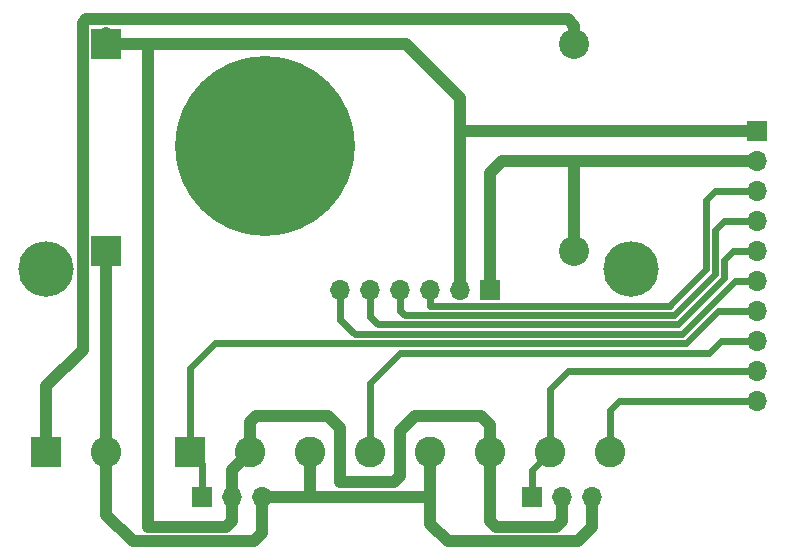
<source format=gbr>
%TF.GenerationSoftware,KiCad,Pcbnew,(5.1.7)-1*%
%TF.CreationDate,2022-01-17T02:10:00-07:00*%
%TF.ProjectId,SIOST,53494f53-542e-46b6-9963-61645f706362,rev?*%
%TF.SameCoordinates,PX32de760PY48ab840*%
%TF.FileFunction,Copper,L1,Top*%
%TF.FilePolarity,Positive*%
%FSLAX46Y46*%
G04 Gerber Fmt 4.6, Leading zero omitted, Abs format (unit mm)*
G04 Created by KiCad (PCBNEW (5.1.7)-1) date 2022-01-17 02:10:00*
%MOMM*%
%LPD*%
G01*
G04 APERTURE LIST*
%TA.AperFunction,ComponentPad*%
%ADD10O,1.700000X1.700000*%
%TD*%
%TA.AperFunction,ComponentPad*%
%ADD11R,1.700000X1.700000*%
%TD*%
%TA.AperFunction,ComponentPad*%
%ADD12C,4.700000*%
%TD*%
%TA.AperFunction,ComponentPad*%
%ADD13C,2.600000*%
%TD*%
%TA.AperFunction,ComponentPad*%
%ADD14R,2.600000X2.600000*%
%TD*%
%TA.AperFunction,ComponentPad*%
%ADD15R,2.540000X2.540000*%
%TD*%
%TA.AperFunction,ComponentPad*%
%ADD16C,2.540000*%
%TD*%
%TA.AperFunction,ComponentPad*%
%ADD17C,15.240000*%
%TD*%
%TA.AperFunction,Conductor*%
%ADD18C,0.600000*%
%TD*%
%TA.AperFunction,Conductor*%
%ADD19C,1.000000*%
%TD*%
G04 APERTURE END LIST*
D10*
%TO.P,J7,3*%
%TO.N,/GND*%
X50038000Y5334000D03*
%TO.P,J7,2*%
%TO.N,/5V*%
X47498000Y5334000D03*
D11*
%TO.P,J7,1*%
%TO.N,/D33*%
X44958000Y5334000D03*
%TD*%
D10*
%TO.P,J8,3*%
%TO.N,/GND*%
X22098000Y5334000D03*
%TO.P,J8,2*%
%TO.N,/5V*%
X19558000Y5334000D03*
D11*
%TO.P,J8,1*%
%TO.N,/A11*%
X17018000Y5334000D03*
%TD*%
D12*
%TO.P,REF\u002A\u002A,1*%
%TO.N,N/C*%
X53340000Y24638000D03*
%TD*%
%TO.P,REF\u002A\u002A,1*%
%TO.N,N/C*%
X3810000Y24638000D03*
%TD*%
D10*
%TO.P,J3,6*%
%TO.N,/A9*%
X28702000Y22860000D03*
%TO.P,J3,5*%
%TO.N,/A7*%
X31242000Y22860000D03*
%TO.P,J3,4*%
%TO.N,/A5*%
X33782000Y22860000D03*
%TO.P,J3,3*%
%TO.N,/A3*%
X36322000Y22860000D03*
%TO.P,J3,2*%
%TO.N,/5V*%
X38862000Y22860000D03*
D11*
%TO.P,J3,1*%
%TO.N,/GND*%
X41402000Y22860000D03*
%TD*%
D13*
%TO.P,J5,8*%
%TO.N,/D45*%
X51562000Y9144000D03*
%TO.P,J5,7*%
%TO.N,/D33*%
X46482000Y9144000D03*
%TO.P,J5,6*%
%TO.N,/5V*%
X41402000Y9144000D03*
%TO.P,J5,5*%
%TO.N,/GND*%
X36322000Y9144000D03*
%TO.P,J5,4*%
%TO.N,/A13*%
X31242000Y9144000D03*
%TO.P,J5,3*%
%TO.N,/GND*%
X26162000Y9144000D03*
%TO.P,J5,2*%
%TO.N,/5V*%
X21082000Y9144000D03*
D14*
%TO.P,J5,1*%
%TO.N,/A11*%
X16002000Y9144000D03*
%TD*%
D13*
%TO.P,J6,2*%
%TO.N,/GND*%
X8890000Y9144000D03*
D14*
%TO.P,J6,1*%
%TO.N,/VIN*%
X3810000Y9144000D03*
%TD*%
D15*
%TO.P,T1,4*%
%TO.N,/5V*%
X8890000Y43688000D03*
%TO.P,T1,3*%
%TO.N,/GND*%
X8890000Y26162000D03*
D16*
%TO.P,T1,2*%
%TO.N,/VIN*%
X48514000Y43688000D03*
%TO.P,T1,1*%
%TO.N,/GND*%
X48514000Y26162000D03*
D17*
%TO.P,T1,*%
%TO.N,*%
X22352000Y35052000D03*
%TD*%
D10*
%TO.P,J1,10*%
%TO.N,/D45*%
X64008000Y13462000D03*
%TO.P,J1,9*%
%TO.N,/D33*%
X64008000Y16002000D03*
%TO.P,J1,8*%
%TO.N,/A13*%
X64008000Y18542000D03*
%TO.P,J1,7*%
%TO.N,/A11*%
X64008000Y21082000D03*
%TO.P,J1,6*%
%TO.N,/A9*%
X64008000Y23622000D03*
%TO.P,J1,5*%
%TO.N,/A7*%
X64008000Y26162000D03*
%TO.P,J1,4*%
%TO.N,/A5*%
X64008000Y28702000D03*
%TO.P,J1,3*%
%TO.N,/A3*%
X64008000Y31242000D03*
%TO.P,J1,2*%
%TO.N,/GND*%
X64008000Y33782000D03*
D11*
%TO.P,J1,1*%
%TO.N,/5V*%
X64008000Y36322000D03*
%TD*%
D18*
%TO.N,/D45*%
X61468000Y13462000D02*
X52324000Y13462000D01*
X51562000Y12700000D02*
X51562000Y9144000D01*
X52324000Y13462000D02*
X51562000Y12700000D01*
X61468000Y13462000D02*
X64008000Y13462000D01*
%TO.N,/D33*%
X44958000Y7620000D02*
X46482000Y9144000D01*
X44958000Y5334000D02*
X44958000Y7620000D01*
X61468000Y16002000D02*
X48006000Y16002000D01*
X46482000Y14478000D02*
X46482000Y9144000D01*
X48006000Y16002000D02*
X46482000Y14478000D01*
X61468000Y16002000D02*
X64008000Y16002000D01*
%TO.N,/A13*%
X31242000Y14986000D02*
X31242000Y9144000D01*
X33765949Y17509949D02*
X31242000Y14986000D01*
X59927949Y17509949D02*
X33765949Y17509949D01*
X60960000Y18542000D02*
X59927949Y17509949D01*
X64008000Y18542000D02*
X60960000Y18542000D01*
%TO.N,/A11*%
X17018000Y8128000D02*
X16002000Y9144000D01*
X17018000Y5334000D02*
X17018000Y8128000D01*
X16002000Y16256000D02*
X16002000Y9144000D01*
X18055959Y18309959D02*
X16002000Y16256000D01*
X57933959Y18309959D02*
X18055959Y18309959D01*
X60706000Y21082000D02*
X57933959Y18309959D01*
X64008000Y21082000D02*
X60706000Y21082000D01*
%TO.N,/A9*%
X62114616Y23622000D02*
X64008000Y23622000D01*
X57602585Y19109969D02*
X62114616Y23622000D01*
X29912031Y19109969D02*
X57602585Y19109969D01*
X28702000Y20320000D02*
X29912031Y19109969D01*
X28702000Y22860000D02*
X28702000Y20320000D01*
%TO.N,/A7*%
X61976000Y26162000D02*
X64008000Y26162000D01*
X61214000Y25400000D02*
X61976000Y26162000D01*
X61214000Y23852768D02*
X61214000Y25400000D01*
X57271211Y19909979D02*
X61214000Y23852768D01*
X31906021Y19909979D02*
X57271211Y19909979D01*
X31242000Y20574000D02*
X31906021Y19909979D01*
X31242000Y22860000D02*
X31242000Y20574000D01*
%TO.N,/A5*%
X33782000Y21082000D02*
X33782000Y22860000D01*
X34154011Y20709989D02*
X33782000Y21082000D01*
X56939837Y20709989D02*
X34154011Y20709989D01*
X60413990Y24184142D02*
X56939837Y20709989D01*
X60413990Y27940000D02*
X60413990Y24184142D01*
X61175990Y28702000D02*
X60413990Y27940000D01*
X64008000Y28702000D02*
X61175990Y28702000D01*
%TO.N,/A3*%
X56608463Y21509999D02*
X36322000Y21509999D01*
X59613980Y24561980D02*
X56608463Y21556463D01*
X36322000Y21509999D02*
X36322000Y22860000D01*
X59613980Y30403980D02*
X59613980Y24561980D01*
X56608463Y21556463D02*
X56608463Y21509999D01*
X60452000Y31242000D02*
X59613980Y30403980D01*
X64008000Y31242000D02*
X60452000Y31242000D01*
D19*
%TO.N,/GND*%
X22098000Y5334000D02*
X22352000Y5334000D01*
X22098000Y4974849D02*
X22098000Y5334000D01*
X8890000Y26162000D02*
X8890000Y9144000D01*
X8890000Y3810000D02*
X8890000Y9144000D01*
X11106010Y1593990D02*
X8890000Y3810000D01*
X21405990Y1593990D02*
X11106010Y1593990D01*
X22098000Y2286000D02*
X21405990Y1593990D01*
X22098000Y5334000D02*
X22098000Y2286000D01*
X37776010Y1593990D02*
X48837990Y1593990D01*
X36322000Y3048000D02*
X37776010Y1593990D01*
X50038000Y2794000D02*
X50038000Y5334000D01*
X48837990Y1593990D02*
X50038000Y2794000D01*
X36322000Y5334000D02*
X36322000Y3048000D01*
X36322000Y9144000D02*
X36322000Y5334000D01*
X26162000Y5588000D02*
X26416000Y5334000D01*
X26162000Y9144000D02*
X26162000Y5588000D01*
X26416000Y5334000D02*
X36322000Y5334000D01*
X22098000Y5334000D02*
X26416000Y5334000D01*
X41402000Y32766000D02*
X41402000Y22860000D01*
X42418000Y33782000D02*
X41402000Y32766000D01*
X48514000Y33528000D02*
X48768000Y33782000D01*
X48514000Y26162000D02*
X48514000Y33528000D01*
X48768000Y33782000D02*
X42418000Y33782000D01*
X61468000Y33782000D02*
X48768000Y33782000D01*
X61468000Y33782000D02*
X64008000Y33782000D01*
%TO.N,/5V*%
X8890000Y43688000D02*
X8890000Y44580002D01*
X19558000Y7620000D02*
X21082000Y9144000D01*
X19558000Y5334000D02*
X19558000Y7620000D01*
X19558000Y5334000D02*
X19558000Y3302000D01*
X19558000Y3302000D02*
X19050000Y2794000D01*
X19050000Y2794000D02*
X12446000Y2794000D01*
X12446000Y2794000D02*
X12446000Y43180000D01*
X41402000Y3302000D02*
X41402000Y9144000D01*
X46990000Y2794000D02*
X41910000Y2794000D01*
X47498000Y3302000D02*
X46990000Y2794000D01*
X41910000Y2794000D02*
X41402000Y3302000D01*
X47498000Y5334000D02*
X47498000Y3302000D01*
X21082000Y9144000D02*
X21082000Y11430000D01*
X21082000Y11430000D02*
X21082000Y11684000D01*
X21082000Y11684000D02*
X21590000Y12192000D01*
X21590000Y12192000D02*
X27686000Y12192000D01*
X27686000Y12192000D02*
X28702000Y11176000D01*
X28702000Y6604000D02*
X28771990Y6534010D01*
X28702000Y11176000D02*
X28702000Y6604000D01*
X28771990Y6534010D02*
X29210000Y6534010D01*
X41402000Y11430000D02*
X41402000Y9144000D01*
X40640000Y12192000D02*
X41402000Y11430000D01*
X35052000Y12192000D02*
X40640000Y12192000D01*
X33782000Y10922000D02*
X35052000Y12192000D01*
X33782000Y7112000D02*
X33782000Y10922000D01*
X33204010Y6534010D02*
X33782000Y7112000D01*
X28771990Y6534010D02*
X33204010Y6534010D01*
X38862000Y34798000D02*
X38862000Y22860000D01*
X34290000Y43688000D02*
X38862000Y39116000D01*
X39116000Y36322000D02*
X38862000Y36576000D01*
X61468000Y36322000D02*
X39116000Y36322000D01*
X38862000Y36576000D02*
X38862000Y34798000D01*
X38862000Y39116000D02*
X38862000Y36576000D01*
X12446000Y43180000D02*
X12446000Y43688000D01*
X12446000Y43688000D02*
X34290000Y43688000D01*
X8890000Y43688000D02*
X12446000Y43688000D01*
X61468000Y36322000D02*
X64008000Y36322000D01*
%TO.N,/VIN*%
X47945988Y45780012D02*
X48514000Y45212000D01*
X7182010Y45780012D02*
X47945988Y45780012D01*
X6860001Y45458003D02*
X7182010Y45780012D01*
X6860001Y17782001D02*
X6860001Y45458003D01*
X3810000Y14732000D02*
X6860001Y17782001D01*
X48514000Y45212000D02*
X48514000Y43688000D01*
X3810000Y9144000D02*
X3810000Y14732000D01*
%TD*%
M02*

</source>
